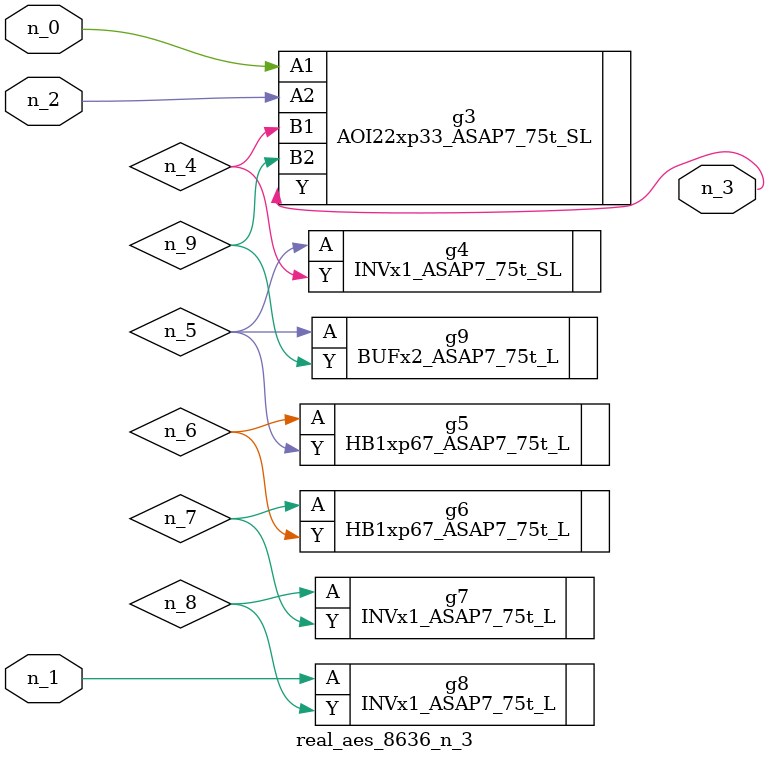
<source format=v>
module real_aes_8636_n_3 (n_0, n_2, n_1, n_3);
input n_0;
input n_2;
input n_1;
output n_3;
wire n_4;
wire n_5;
wire n_7;
wire n_9;
wire n_6;
wire n_8;
AOI22xp33_ASAP7_75t_SL g3 ( .A1(n_0), .A2(n_2), .B1(n_4), .B2(n_9), .Y(n_3) );
INVx1_ASAP7_75t_L g8 ( .A(n_1), .Y(n_8) );
INVx1_ASAP7_75t_SL g4 ( .A(n_5), .Y(n_4) );
BUFx2_ASAP7_75t_L g9 ( .A(n_5), .Y(n_9) );
HB1xp67_ASAP7_75t_L g5 ( .A(n_6), .Y(n_5) );
HB1xp67_ASAP7_75t_L g6 ( .A(n_7), .Y(n_6) );
INVx1_ASAP7_75t_L g7 ( .A(n_8), .Y(n_7) );
endmodule
</source>
